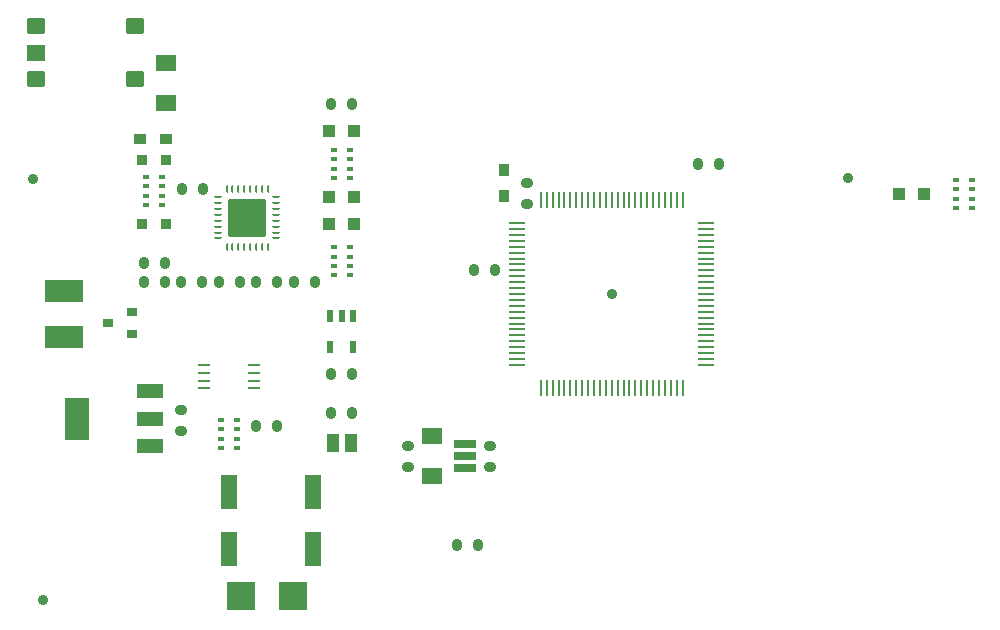
<source format=gtp>
G04*
G04 #@! TF.GenerationSoftware,Altium Limited,Altium Designer,24.1.2 (44)*
G04*
G04 Layer_Color=8421504*
%FSLAX25Y25*%
%MOIN*%
G70*
G04*
G04 #@! TF.SameCoordinates,648C5357-8596-4598-863F-5FE4D4354F98*
G04*
G04*
G04 #@! TF.FilePolarity,Positive*
G04*
G01*
G75*
G04:AMPARAMS|DCode=21|XSize=55.06mil|YSize=7.81mil|CornerRadius=0mil|HoleSize=0mil|Usage=FLASHONLY|Rotation=0.000|XOffset=0mil|YOffset=0mil|HoleType=Round|Shape=RoundedRectangle|*
%AMROUNDEDRECTD21*
21,1,0.05506,0.00781,0,0,0.0*
21,1,0.05506,0.00781,0,0,0.0*
1,1,0.00000,0.02753,-0.00391*
1,1,0.00000,-0.02753,-0.00391*
1,1,0.00000,-0.02753,0.00391*
1,1,0.00000,0.02753,0.00391*
%
%ADD21ROUNDEDRECTD21*%
G04:AMPARAMS|DCode=22|XSize=7.81mil|YSize=55.06mil|CornerRadius=0mil|HoleSize=0mil|Usage=FLASHONLY|Rotation=0.000|XOffset=0mil|YOffset=0mil|HoleType=Round|Shape=RoundedRectangle|*
%AMROUNDEDRECTD22*
21,1,0.00781,0.05506,0,0,0.0*
21,1,0.00781,0.05506,0,0,0.0*
1,1,0.00000,0.00391,-0.02753*
1,1,0.00000,-0.00391,-0.02753*
1,1,0.00000,-0.00391,0.02753*
1,1,0.00000,0.00391,0.02753*
%
%ADD22ROUNDEDRECTD22*%
G04:AMPARAMS|DCode=23|XSize=39.31mil|YSize=31.37mil|CornerRadius=12.15mil|HoleSize=0mil|Usage=FLASHONLY|Rotation=0.000|XOffset=0mil|YOffset=0mil|HoleType=Round|Shape=RoundedRectangle|*
%AMROUNDEDRECTD23*
21,1,0.03931,0.00707,0,0,0.0*
21,1,0.01501,0.03137,0,0,0.0*
1,1,0.02430,0.00751,-0.00354*
1,1,0.02430,-0.00751,-0.00354*
1,1,0.02430,-0.00751,0.00354*
1,1,0.02430,0.00751,0.00354*
%
%ADD23ROUNDEDRECTD23*%
G04:AMPARAMS|DCode=24|XSize=43.24mil|YSize=35.37mil|CornerRadius=0mil|HoleSize=0mil|Usage=FLASHONLY|Rotation=270.000|XOffset=0mil|YOffset=0mil|HoleType=Round|Shape=RoundedRectangle|*
%AMROUNDEDRECTD24*
21,1,0.04324,0.03537,0,0,270.0*
21,1,0.04324,0.03537,0,0,270.0*
1,1,0.00000,-0.01769,-0.02162*
1,1,0.00000,-0.01769,0.02162*
1,1,0.00000,0.01769,0.02162*
1,1,0.00000,0.01769,-0.02162*
%
%ADD24ROUNDEDRECTD24*%
G04:AMPARAMS|DCode=25|XSize=51.12mil|YSize=66.87mil|CornerRadius=0mil|HoleSize=0mil|Usage=FLASHONLY|Rotation=90.000|XOffset=0mil|YOffset=0mil|HoleType=Round|Shape=RoundedRectangle|*
%AMROUNDEDRECTD25*
21,1,0.05112,0.06687,0,0,90.0*
21,1,0.05112,0.06687,0,0,90.0*
1,1,0.00000,0.03344,0.02556*
1,1,0.00000,0.03344,-0.02556*
1,1,0.00000,-0.03344,-0.02556*
1,1,0.00000,-0.03344,0.02556*
%
%ADD25ROUNDEDRECTD25*%
G04:AMPARAMS|DCode=26|XSize=7.81mil|YSize=43.24mil|CornerRadius=0mil|HoleSize=0mil|Usage=FLASHONLY|Rotation=90.000|XOffset=0mil|YOffset=0mil|HoleType=Round|Shape=RoundedRectangle|*
%AMROUNDEDRECTD26*
21,1,0.00781,0.04324,0,0,90.0*
21,1,0.00781,0.04324,0,0,90.0*
1,1,0.00000,0.02162,0.00391*
1,1,0.00000,0.02162,-0.00391*
1,1,0.00000,-0.02162,-0.00391*
1,1,0.00000,-0.02162,0.00391*
%
%ADD26ROUNDEDRECTD26*%
G04:AMPARAMS|DCode=27|XSize=39.31mil|YSize=31.37mil|CornerRadius=12.15mil|HoleSize=0mil|Usage=FLASHONLY|Rotation=90.000|XOffset=0mil|YOffset=0mil|HoleType=Round|Shape=RoundedRectangle|*
%AMROUNDEDRECTD27*
21,1,0.03931,0.00707,0,0,90.0*
21,1,0.01501,0.03137,0,0,90.0*
1,1,0.02430,0.00354,0.00751*
1,1,0.02430,0.00354,-0.00751*
1,1,0.02430,-0.00354,-0.00751*
1,1,0.02430,-0.00354,0.00751*
%
%ADD27ROUNDEDRECTD27*%
G04:AMPARAMS|DCode=28|XSize=17.65mil|YSize=43.24mil|CornerRadius=0mil|HoleSize=0mil|Usage=FLASHONLY|Rotation=180.000|XOffset=0mil|YOffset=0mil|HoleType=Round|Shape=RoundedRectangle|*
%AMROUNDEDRECTD28*
21,1,0.01765,0.04324,0,0,180.0*
21,1,0.01765,0.04324,0,0,180.0*
1,1,0.00000,-0.00882,0.02162*
1,1,0.00000,0.00882,0.02162*
1,1,0.00000,0.00882,-0.02162*
1,1,0.00000,-0.00882,-0.02162*
%
%ADD28ROUNDEDRECTD28*%
G04:AMPARAMS|DCode=29|XSize=31.37mil|YSize=39.31mil|CornerRadius=12.15mil|HoleSize=0mil|Usage=FLASHONLY|Rotation=0.000|XOffset=0mil|YOffset=0mil|HoleType=Round|Shape=RoundedRectangle|*
%AMROUNDEDRECTD29*
21,1,0.03137,0.01501,0,0,0.0*
21,1,0.00707,0.03931,0,0,0.0*
1,1,0.02430,0.00354,-0.00751*
1,1,0.02430,-0.00354,-0.00751*
1,1,0.02430,-0.00354,0.00751*
1,1,0.02430,0.00354,0.00751*
%
%ADD29ROUNDEDRECTD29*%
G04:AMPARAMS|DCode=30|XSize=62.99mil|YSize=55.12mil|CornerRadius=4.13mil|HoleSize=0mil|Usage=FLASHONLY|Rotation=0.000|XOffset=0mil|YOffset=0mil|HoleType=Round|Shape=RoundedRectangle|*
%AMROUNDEDRECTD30*
21,1,0.06299,0.04685,0,0,0.0*
21,1,0.05472,0.05512,0,0,0.0*
1,1,0.00827,0.02736,-0.02343*
1,1,0.00827,-0.02736,-0.02343*
1,1,0.00827,-0.02736,0.02343*
1,1,0.00827,0.02736,0.02343*
%
%ADD30ROUNDEDRECTD30*%
G04:AMPARAMS|DCode=31|XSize=58.99mil|YSize=51.12mil|CornerRadius=2.13mil|HoleSize=0mil|Usage=FLASHONLY|Rotation=0.000|XOffset=0mil|YOffset=0mil|HoleType=Round|Shape=RoundedRectangle|*
%AMROUNDEDRECTD31*
21,1,0.05899,0.04685,0,0,0.0*
21,1,0.05472,0.05112,0,0,0.0*
1,1,0.00427,0.02736,-0.02343*
1,1,0.00427,-0.02736,-0.02343*
1,1,0.00427,-0.02736,0.02343*
1,1,0.00427,0.02736,0.02343*
%
%ADD31ROUNDEDRECTD31*%
G04:AMPARAMS|DCode=32|XSize=15.69mil|YSize=21.59mil|CornerRadius=0mil|HoleSize=0mil|Usage=FLASHONLY|Rotation=90.000|XOffset=0mil|YOffset=0mil|HoleType=Round|Shape=RoundedRectangle|*
%AMROUNDEDRECTD32*
21,1,0.01569,0.02159,0,0,90.0*
21,1,0.01569,0.02159,0,0,90.0*
1,1,0.00000,0.01080,0.00785*
1,1,0.00000,0.01080,-0.00785*
1,1,0.00000,-0.01080,-0.00785*
1,1,0.00000,-0.01080,0.00785*
%
%ADD32ROUNDEDRECTD32*%
G04:AMPARAMS|DCode=33|XSize=36mil|YSize=36mil|CornerRadius=18mil|HoleSize=0mil|Usage=FLASHONLY|Rotation=0.000|XOffset=0mil|YOffset=0mil|HoleType=Round|Shape=RoundedRectangle|*
%AMROUNDEDRECTD33*
21,1,0.03600,0.00000,0,0,0.0*
21,1,0.00000,0.03600,0,0,0.0*
1,1,0.03600,0.00000,0.00000*
1,1,0.03600,0.00000,0.00000*
1,1,0.03600,0.00000,0.00000*
1,1,0.03600,0.00000,0.00000*
%
%ADD33ROUNDEDRECTD33*%
G04:AMPARAMS|DCode=34|XSize=31.37mil|YSize=39.31mil|CornerRadius=12.15mil|HoleSize=0mil|Usage=FLASHONLY|Rotation=90.000|XOffset=0mil|YOffset=0mil|HoleType=Round|Shape=RoundedRectangle|*
%AMROUNDEDRECTD34*
21,1,0.03137,0.01501,0,0,90.0*
21,1,0.00707,0.03931,0,0,90.0*
1,1,0.02430,0.00751,0.00354*
1,1,0.02430,0.00751,-0.00354*
1,1,0.02430,-0.00751,-0.00354*
1,1,0.02430,-0.00751,0.00354*
%
%ADD34ROUNDEDRECTD34*%
G04:AMPARAMS|DCode=35|XSize=74.74mil|YSize=23.56mil|CornerRadius=0mil|HoleSize=0mil|Usage=FLASHONLY|Rotation=0.000|XOffset=0mil|YOffset=0mil|HoleType=Round|Shape=RoundedRectangle|*
%AMROUNDEDRECTD35*
21,1,0.07474,0.02356,0,0,0.0*
21,1,0.07474,0.02356,0,0,0.0*
1,1,0.00000,0.03737,-0.01178*
1,1,0.00000,-0.03737,-0.01178*
1,1,0.00000,-0.03737,0.01178*
1,1,0.00000,0.03737,0.01178*
%
%ADD35ROUNDEDRECTD35*%
G04:AMPARAMS|DCode=36|XSize=35.37mil|YSize=35.37mil|CornerRadius=0mil|HoleSize=0mil|Usage=FLASHONLY|Rotation=0.000|XOffset=0mil|YOffset=0mil|HoleType=Round|Shape=RoundedRectangle|*
%AMROUNDEDRECTD36*
21,1,0.03537,0.03537,0,0,0.0*
21,1,0.03537,0.03537,0,0,0.0*
1,1,0.00000,0.01769,-0.01769*
1,1,0.00000,-0.01769,-0.01769*
1,1,0.00000,-0.01769,0.01769*
1,1,0.00000,0.01769,0.01769*
%
%ADD36ROUNDEDRECTD36*%
G04:AMPARAMS|DCode=37|XSize=43.24mil|YSize=35.37mil|CornerRadius=0mil|HoleSize=0mil|Usage=FLASHONLY|Rotation=180.000|XOffset=0mil|YOffset=0mil|HoleType=Round|Shape=RoundedRectangle|*
%AMROUNDEDRECTD37*
21,1,0.04324,0.03537,0,0,180.0*
21,1,0.04324,0.03537,0,0,180.0*
1,1,0.00000,-0.02162,0.01769*
1,1,0.00000,0.02162,0.01769*
1,1,0.00000,0.02162,-0.01769*
1,1,0.00000,-0.02162,-0.01769*
%
%ADD37ROUNDEDRECTD37*%
G04:AMPARAMS|DCode=38|XSize=128.11mil|YSize=128.11mil|CornerRadius=9.61mil|HoleSize=0mil|Usage=FLASHONLY|Rotation=270.000|XOffset=0mil|YOffset=0mil|HoleType=Round|Shape=RoundedRectangle|*
%AMROUNDEDRECTD38*
21,1,0.12811,0.10889,0,0,270.0*
21,1,0.10889,0.12811,0,0,270.0*
1,1,0.01922,-0.05445,-0.05445*
1,1,0.01922,-0.05445,0.05445*
1,1,0.01922,0.05445,0.05445*
1,1,0.01922,0.05445,-0.05445*
%
%ADD38ROUNDEDRECTD38*%
G04:AMPARAMS|DCode=39|XSize=7.02mil|YSize=23.56mil|CornerRadius=2.41mil|HoleSize=0mil|Usage=FLASHONLY|Rotation=270.000|XOffset=0mil|YOffset=0mil|HoleType=Round|Shape=RoundedRectangle|*
%AMROUNDEDRECTD39*
21,1,0.00702,0.01874,0,0,270.0*
21,1,0.00220,0.02356,0,0,270.0*
1,1,0.00482,-0.00937,-0.00110*
1,1,0.00482,-0.00937,0.00110*
1,1,0.00482,0.00937,0.00110*
1,1,0.00482,0.00937,-0.00110*
%
%ADD39ROUNDEDRECTD39*%
G04:AMPARAMS|DCode=40|XSize=7.02mil|YSize=23.56mil|CornerRadius=2.41mil|HoleSize=0mil|Usage=FLASHONLY|Rotation=180.000|XOffset=0mil|YOffset=0mil|HoleType=Round|Shape=RoundedRectangle|*
%AMROUNDEDRECTD40*
21,1,0.00702,0.01874,0,0,180.0*
21,1,0.00220,0.02356,0,0,180.0*
1,1,0.00482,-0.00110,0.00937*
1,1,0.00482,0.00110,0.00937*
1,1,0.00482,0.00110,-0.00937*
1,1,0.00482,-0.00110,-0.00937*
%
%ADD40ROUNDEDRECTD40*%
G04:AMPARAMS|DCode=41|XSize=42mil|YSize=59mil|CornerRadius=0mil|HoleSize=0mil|Usage=FLASHONLY|Rotation=0.000|XOffset=0mil|YOffset=0mil|HoleType=Round|Shape=RoundedRectangle|*
%AMROUNDEDRECTD41*
21,1,0.04200,0.05900,0,0,0.0*
21,1,0.04200,0.05900,0,0,0.0*
1,1,0.00000,0.02100,-0.02950*
1,1,0.00000,-0.02100,-0.02950*
1,1,0.00000,-0.02100,0.02950*
1,1,0.00000,0.02100,0.02950*
%
%ADD41ROUNDEDRECTD41*%
G04:AMPARAMS|DCode=42|XSize=27mil|YSize=31mil|CornerRadius=0mil|HoleSize=0mil|Usage=FLASHONLY|Rotation=270.000|XOffset=0mil|YOffset=0mil|HoleType=Round|Shape=RoundedRectangle|*
%AMROUNDEDRECTD42*
21,1,0.02700,0.03100,0,0,270.0*
21,1,0.02700,0.03100,0,0,270.0*
1,1,0.00000,-0.01550,-0.01350*
1,1,0.00000,-0.01550,0.01350*
1,1,0.00000,0.01550,0.01350*
1,1,0.00000,0.01550,-0.01350*
%
%ADD42ROUNDEDRECTD42*%
G04:AMPARAMS|DCode=43|XSize=43.24mil|YSize=43.24mil|CornerRadius=0mil|HoleSize=0mil|Usage=FLASHONLY|Rotation=90.000|XOffset=0mil|YOffset=0mil|HoleType=Round|Shape=RoundedRectangle|*
%AMROUNDEDRECTD43*
21,1,0.04324,0.04324,0,0,90.0*
21,1,0.04324,0.04324,0,0,90.0*
1,1,0.00000,0.02162,0.02162*
1,1,0.00000,0.02162,-0.02162*
1,1,0.00000,-0.02162,-0.02162*
1,1,0.00000,-0.02162,0.02162*
%
%ADD43ROUNDEDRECTD43*%
G04:AMPARAMS|DCode=44|XSize=70.8mil|YSize=129.86mil|CornerRadius=0mil|HoleSize=0mil|Usage=FLASHONLY|Rotation=90.000|XOffset=0mil|YOffset=0mil|HoleType=Round|Shape=RoundedRectangle|*
%AMROUNDEDRECTD44*
21,1,0.07080,0.12986,0,0,90.0*
21,1,0.07080,0.12986,0,0,90.0*
1,1,0.00000,0.06493,0.03540*
1,1,0.00000,0.06493,-0.03540*
1,1,0.00000,-0.06493,-0.03540*
1,1,0.00000,-0.06493,0.03540*
%
%ADD44ROUNDEDRECTD44*%
G04:AMPARAMS|DCode=45|XSize=137.73mil|YSize=82.61mil|CornerRadius=0mil|HoleSize=0mil|Usage=FLASHONLY|Rotation=90.000|XOffset=0mil|YOffset=0mil|HoleType=Round|Shape=RoundedRectangle|*
%AMROUNDEDRECTD45*
21,1,0.13773,0.08261,0,0,90.0*
21,1,0.13773,0.08261,0,0,90.0*
1,1,0.00000,0.04131,0.06887*
1,1,0.00000,0.04131,-0.06887*
1,1,0.00000,-0.04131,-0.06887*
1,1,0.00000,-0.04131,0.06887*
%
%ADD45ROUNDEDRECTD45*%
G04:AMPARAMS|DCode=46|XSize=44mil|YSize=84mil|CornerRadius=0mil|HoleSize=0mil|Usage=FLASHONLY|Rotation=90.000|XOffset=0mil|YOffset=0mil|HoleType=Round|Shape=RoundedRectangle|*
%AMROUNDEDRECTD46*
21,1,0.04400,0.08400,0,0,90.0*
21,1,0.04400,0.08400,0,0,90.0*
1,1,0.00000,0.04200,0.02200*
1,1,0.00000,0.04200,-0.02200*
1,1,0.00000,-0.04200,-0.02200*
1,1,0.00000,-0.04200,0.02200*
%
%ADD46ROUNDEDRECTD46*%
G04:AMPARAMS|DCode=47|XSize=90.49mil|YSize=90.49mil|CornerRadius=0mil|HoleSize=0mil|Usage=FLASHONLY|Rotation=180.000|XOffset=0mil|YOffset=0mil|HoleType=Round|Shape=RoundedRectangle|*
%AMROUNDEDRECTD47*
21,1,0.09049,0.09049,0,0,180.0*
21,1,0.09049,0.09049,0,0,180.0*
1,1,0.00000,-0.04525,0.04525*
1,1,0.00000,0.04525,0.04525*
1,1,0.00000,0.04525,-0.04525*
1,1,0.00000,-0.04525,-0.04525*
%
%ADD47ROUNDEDRECTD47*%
G04:AMPARAMS|DCode=48|XSize=114.11mil|YSize=51.12mil|CornerRadius=0mil|HoleSize=0mil|Usage=FLASHONLY|Rotation=90.000|XOffset=0mil|YOffset=0mil|HoleType=Round|Shape=RoundedRectangle|*
%AMROUNDEDRECTD48*
21,1,0.11411,0.05112,0,0,90.0*
21,1,0.11411,0.05112,0,0,90.0*
1,1,0.00000,0.02556,0.05706*
1,1,0.00000,0.02556,-0.05706*
1,1,0.00000,-0.02556,-0.05706*
1,1,0.00000,-0.02556,0.05706*
%
%ADD48ROUNDEDRECTD48*%
G36*
X6101Y190554D02*
Y193554D01*
X9601D01*
Y190554D01*
X6101D01*
D02*
G37*
G36*
X81101Y134550D02*
X76101D01*
Y139550D01*
X81101D01*
Y134550D01*
D02*
G37*
D21*
X168605Y135272D02*
D03*
Y133304D02*
D03*
Y131335D02*
D03*
Y129367D02*
D03*
Y127398D02*
D03*
Y125430D02*
D03*
Y123461D02*
D03*
Y121493D02*
D03*
Y119524D02*
D03*
Y117556D02*
D03*
Y115587D02*
D03*
Y113619D02*
D03*
Y111650D02*
D03*
Y109681D02*
D03*
Y107713D02*
D03*
Y105744D02*
D03*
Y103776D02*
D03*
Y101807D02*
D03*
Y99839D02*
D03*
Y97870D02*
D03*
Y95902D02*
D03*
Y93933D02*
D03*
Y91965D02*
D03*
Y89996D02*
D03*
Y88028D02*
D03*
X231597D02*
D03*
Y89996D02*
D03*
Y91965D02*
D03*
Y93933D02*
D03*
Y95902D02*
D03*
Y97870D02*
D03*
Y99839D02*
D03*
Y101807D02*
D03*
Y103776D02*
D03*
Y105744D02*
D03*
Y107713D02*
D03*
Y109681D02*
D03*
Y111650D02*
D03*
Y113619D02*
D03*
Y115587D02*
D03*
Y117556D02*
D03*
Y119524D02*
D03*
Y121493D02*
D03*
Y123461D02*
D03*
Y125430D02*
D03*
Y127398D02*
D03*
Y129367D02*
D03*
Y131335D02*
D03*
Y133304D02*
D03*
Y135272D02*
D03*
D22*
X176479Y80154D02*
D03*
X178447D02*
D03*
X180416D02*
D03*
X182384D02*
D03*
X184353D02*
D03*
X186321D02*
D03*
X188290D02*
D03*
X190258D02*
D03*
X192227D02*
D03*
X194195D02*
D03*
X196164D02*
D03*
X198132D02*
D03*
X200101D02*
D03*
X202070D02*
D03*
X204038D02*
D03*
X206007D02*
D03*
X207975D02*
D03*
X209944D02*
D03*
X211912D02*
D03*
X213881D02*
D03*
X215849D02*
D03*
X217818D02*
D03*
X219786D02*
D03*
X221755D02*
D03*
X223723D02*
D03*
Y143146D02*
D03*
X221755D02*
D03*
X219786D02*
D03*
X217818D02*
D03*
X215849D02*
D03*
X213881D02*
D03*
X211912D02*
D03*
X209944D02*
D03*
X207975D02*
D03*
X206007D02*
D03*
X204038D02*
D03*
X202070D02*
D03*
X200101D02*
D03*
X198132D02*
D03*
X196164D02*
D03*
X194195D02*
D03*
X192227D02*
D03*
X190258D02*
D03*
X188290D02*
D03*
X186321D02*
D03*
X184353D02*
D03*
X182384D02*
D03*
X180416D02*
D03*
X178447D02*
D03*
X176479D02*
D03*
D23*
X171893Y141708D02*
D03*
Y148708D02*
D03*
X132101Y54050D02*
D03*
Y61050D02*
D03*
X56601Y66050D02*
D03*
Y73050D02*
D03*
D24*
X164221Y144261D02*
D03*
Y152923D02*
D03*
D25*
X51601Y175357D02*
D03*
Y188743D02*
D03*
X140101Y50857D02*
D03*
Y64243D02*
D03*
D26*
X64286Y80207D02*
D03*
Y82767D02*
D03*
Y85326D02*
D03*
Y87885D02*
D03*
X80920D02*
D03*
Y85326D02*
D03*
Y82767D02*
D03*
Y80207D02*
D03*
D27*
X88601Y115550D02*
D03*
X81601D02*
D03*
X56601D02*
D03*
X63601D02*
D03*
X56901Y146550D02*
D03*
X63901D02*
D03*
X101101Y115550D02*
D03*
X94101D02*
D03*
X81601Y67550D02*
D03*
X88601D02*
D03*
X113601Y72050D02*
D03*
X106601D02*
D03*
X44101Y115550D02*
D03*
X51101D02*
D03*
X113601Y85050D02*
D03*
X106601D02*
D03*
X44101Y122050D02*
D03*
X51101D02*
D03*
X155601Y28050D02*
D03*
X148601D02*
D03*
X236001Y155050D02*
D03*
X229001D02*
D03*
X154258Y119810D02*
D03*
X161258D02*
D03*
X113601Y175050D02*
D03*
X106601D02*
D03*
D28*
X113841Y94032D02*
D03*
X106361D02*
D03*
Y104268D02*
D03*
X110101D02*
D03*
X113841D02*
D03*
D29*
X76101Y115550D02*
D03*
X69101D02*
D03*
D30*
X8066Y192054D02*
D03*
D31*
X41136Y183196D02*
D03*
X8066D02*
D03*
X41136Y200912D02*
D03*
X8066D02*
D03*
D32*
X44944Y141326D02*
D03*
Y144475D02*
D03*
Y147625D02*
D03*
Y150774D02*
D03*
X50258D02*
D03*
Y147625D02*
D03*
Y144475D02*
D03*
Y141326D02*
D03*
X112758Y159774D02*
D03*
Y156625D02*
D03*
Y153475D02*
D03*
Y150326D02*
D03*
X107444D02*
D03*
Y153475D02*
D03*
Y156625D02*
D03*
Y159774D02*
D03*
X320258Y149774D02*
D03*
Y146625D02*
D03*
Y143475D02*
D03*
Y140326D02*
D03*
X314944D02*
D03*
Y143475D02*
D03*
Y146625D02*
D03*
Y149774D02*
D03*
X69944Y60326D02*
D03*
Y63475D02*
D03*
Y66625D02*
D03*
Y69774D02*
D03*
X75258D02*
D03*
Y66625D02*
D03*
Y63475D02*
D03*
Y60326D02*
D03*
X107444Y117826D02*
D03*
Y120975D02*
D03*
Y124125D02*
D03*
Y127274D02*
D03*
X112758D02*
D03*
Y124125D02*
D03*
Y120975D02*
D03*
Y117826D02*
D03*
D33*
X200101Y111650D02*
D03*
X7101Y150050D02*
D03*
X10601Y9550D02*
D03*
X279001Y150413D02*
D03*
D34*
X159601Y61050D02*
D03*
Y54050D02*
D03*
D35*
X151101Y53613D02*
D03*
Y57550D02*
D03*
Y61487D02*
D03*
D36*
X51538Y156250D02*
D03*
X43664D02*
D03*
X51538Y135050D02*
D03*
X43664D02*
D03*
D37*
X42870Y163450D02*
D03*
X51532D02*
D03*
D38*
X78601Y137050D02*
D03*
D39*
X68955Y130160D02*
D03*
Y132129D02*
D03*
Y134097D02*
D03*
Y136066D02*
D03*
Y138034D02*
D03*
Y140003D02*
D03*
Y141971D02*
D03*
Y143940D02*
D03*
X88247D02*
D03*
Y141971D02*
D03*
Y140003D02*
D03*
Y138034D02*
D03*
Y136066D02*
D03*
Y134097D02*
D03*
Y132129D02*
D03*
Y130160D02*
D03*
D40*
X71711Y146696D02*
D03*
X73680D02*
D03*
X75648D02*
D03*
X77617D02*
D03*
X79585D02*
D03*
X81554D02*
D03*
X83522D02*
D03*
X85491D02*
D03*
Y127404D02*
D03*
X83522D02*
D03*
X81554D02*
D03*
X79585D02*
D03*
X77617D02*
D03*
X75648D02*
D03*
X73680D02*
D03*
X71711D02*
D03*
D41*
X113101Y62050D02*
D03*
X107101D02*
D03*
D42*
X40101Y98150D02*
D03*
Y105750D02*
D03*
X32101Y101950D02*
D03*
D43*
X105967Y166050D02*
D03*
X114235D02*
D03*
X105967Y144050D02*
D03*
X114235D02*
D03*
X105967Y135050D02*
D03*
X114235D02*
D03*
X295967Y145050D02*
D03*
X304235D02*
D03*
D44*
X17601Y112727D02*
D03*
Y97373D02*
D03*
D45*
X21900Y70050D02*
D03*
D46*
X46301Y79150D02*
D03*
Y70050D02*
D03*
Y60950D02*
D03*
D47*
X93762Y11050D02*
D03*
X76440D02*
D03*
D48*
X100601Y26601D02*
D03*
Y45499D02*
D03*
X72601Y26601D02*
D03*
Y45499D02*
D03*
M02*

</source>
